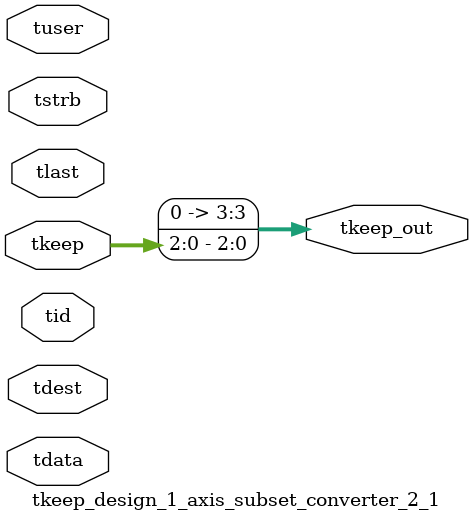
<source format=v>


`timescale 1ps/1ps

module tkeep_design_1_axis_subset_converter_2_1 #
(
parameter C_S_AXIS_TDATA_WIDTH = 32,
parameter C_S_AXIS_TUSER_WIDTH = 0,
parameter C_S_AXIS_TID_WIDTH   = 0,
parameter C_S_AXIS_TDEST_WIDTH = 0,
parameter C_M_AXIS_TDATA_WIDTH = 32
)
(
input  [(C_S_AXIS_TDATA_WIDTH == 0 ? 1 : C_S_AXIS_TDATA_WIDTH)-1:0     ] tdata,
input  [(C_S_AXIS_TUSER_WIDTH == 0 ? 1 : C_S_AXIS_TUSER_WIDTH)-1:0     ] tuser,
input  [(C_S_AXIS_TID_WIDTH   == 0 ? 1 : C_S_AXIS_TID_WIDTH)-1:0       ] tid,
input  [(C_S_AXIS_TDEST_WIDTH == 0 ? 1 : C_S_AXIS_TDEST_WIDTH)-1:0     ] tdest,
input  [(C_S_AXIS_TDATA_WIDTH/8)-1:0 ] tkeep,
input  [(C_S_AXIS_TDATA_WIDTH/8)-1:0 ] tstrb,
input                                                                    tlast,
output [(C_M_AXIS_TDATA_WIDTH/8)-1:0 ] tkeep_out
);

assign tkeep_out = {tkeep[2:0]};

endmodule


</source>
